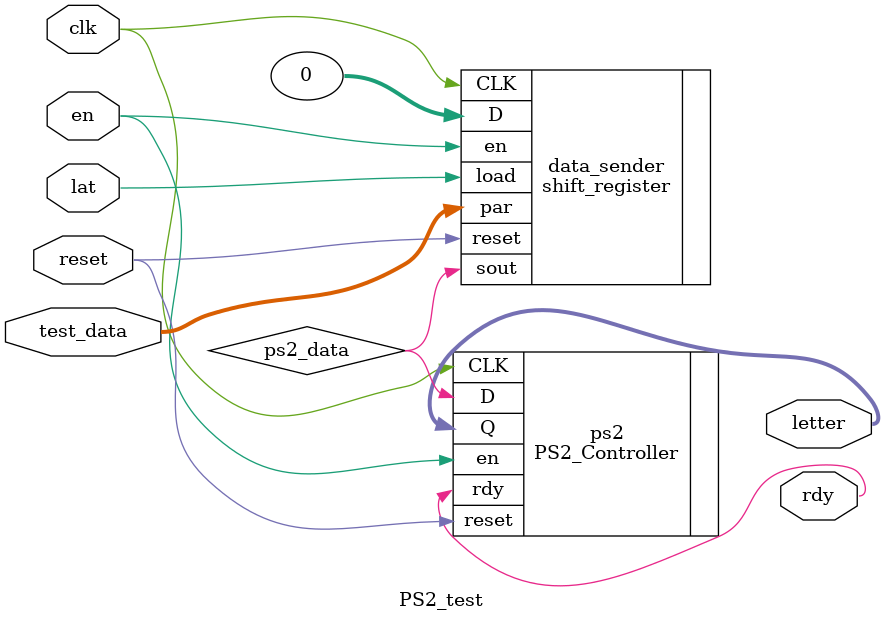
<source format=sv>
module PS2_test(input 	logic [8:0] test_data,
					 input	logic clk, reset, en, lat,
					 output	logic [8:0] letter, 
					 output	logic rdy);
					 
				logic ps2_data;
					 
				shift_register #(9) data_sender(.par(test_data),
														  .CLK(clk),
														  .sout(ps2_data),
														  .en(en),
														  .reset(reset),
														  .load(lat),
														  .D(0));
				
				PS2_Controller ps2(.D(ps2_data),
										 .Q(letter),
										 .rdy(rdy),
										 .CLK(clk),
										 .en(en),
										 .reset(reset));
					 
					 
endmodule
</source>
